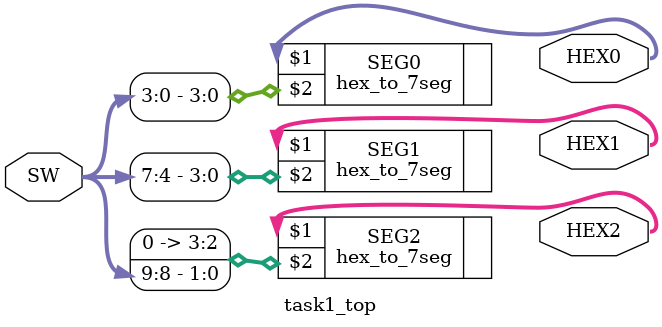
<source format=v>
module  task1_top (
		SW,					// input switches			
		HEX0, HEX1, HEX2	// Hex output on 7 segment display									
	 );
	input		[9:0]	SW;		// declare input/output ports			
	output	[6:0]	HEX0, HEX1, HEX2;					

	hex_to_7seg		SEG0 (HEX0, SW[3:0]);			
	hex_to_7seg		SEG1 (HEX1, SW[7:4]);			
	hex_to_7seg		SEG2 (HEX2, {2'b0, SW[9:8]});			

endmodule
</source>
